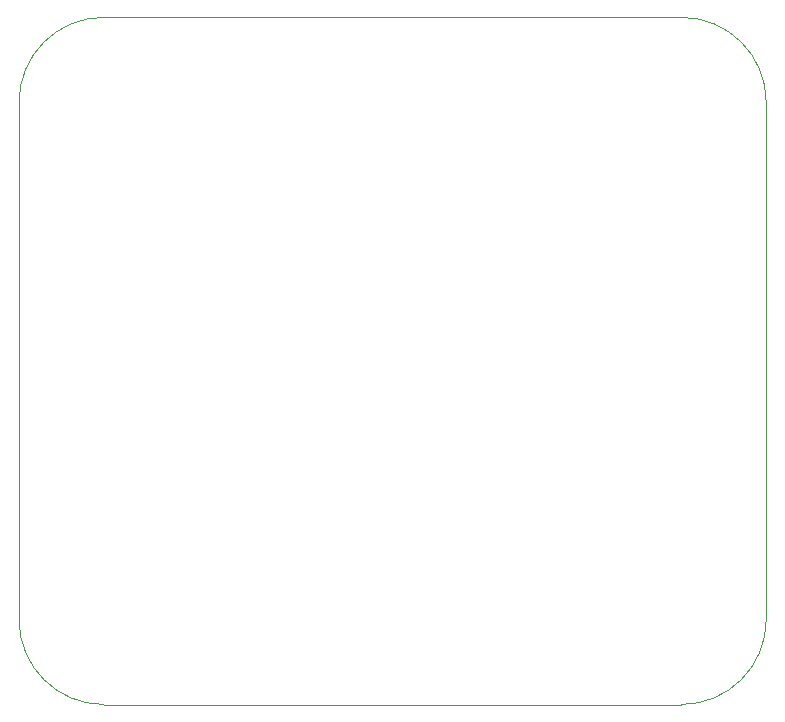
<source format=gm1>
%TF.GenerationSoftware,KiCad,Pcbnew,9.0.1*%
%TF.CreationDate,2025-05-07T23:59:22-03:00*%
%TF.ProjectId,Display,44697370-6c61-4792-9e6b-696361645f70,rev?*%
%TF.SameCoordinates,Original*%
%TF.FileFunction,Profile,NP*%
%FSLAX46Y46*%
G04 Gerber Fmt 4.6, Leading zero omitted, Abs format (unit mm)*
G04 Created by KiCad (PCBNEW 9.0.1) date 2025-05-07 23:59:22*
%MOMM*%
%LPD*%
G01*
G04 APERTURE LIST*
%TA.AperFunction,Profile*%
%ADD10C,0.050000*%
%TD*%
G04 APERTURE END LIST*
D10*
X81915000Y-23930795D02*
X33020000Y-23930795D01*
X33020000Y-82114205D02*
X81915000Y-82114205D01*
X33020000Y-82114205D02*
G75*
G02*
X25835795Y-74930000I0J7184205D01*
G01*
X89099205Y-74930000D02*
X89099205Y-31115000D01*
X89099205Y-74930000D02*
G75*
G02*
X81915000Y-82114205I-7184205J0D01*
G01*
X25835795Y-31115000D02*
G75*
G02*
X33020000Y-23930795I7184205J0D01*
G01*
X25835795Y-31115000D02*
X25835795Y-74930000D01*
X81915000Y-23930795D02*
G75*
G02*
X89099205Y-31115000I0J-7184205D01*
G01*
M02*

</source>
